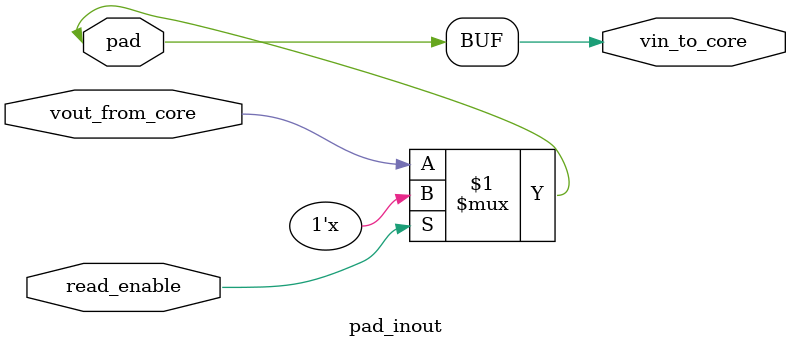
<source format=v>


module pad_inout ( read_enable, vout_from_core, vin_to_core, pad );

	input read_enable;
	input vout_from_core;
	output vin_to_core;
	inout pad;

	bufif0 (pad, vout_from_core, read_enable);
	assign vin_to_core = pad;

endmodule // pad_inout

</source>
